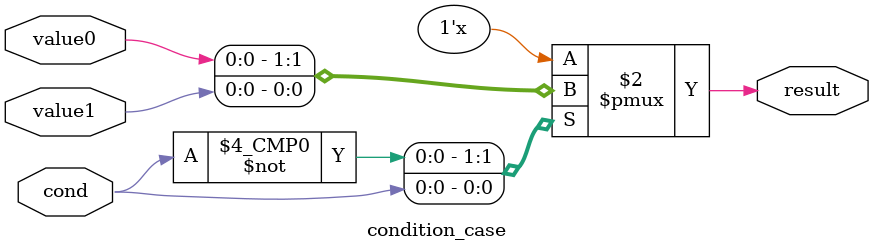
<source format=v>
module condition_case (
    input cond,
    input value0,
    input value1,
    output result
);
always @(*) begin
    case(cond)
        1'b0: begin
            result = value0;
        end
        1'b1: begin
            result = value1;
        end
        default: result = 0;
    endcase
end
endmodule

</source>
